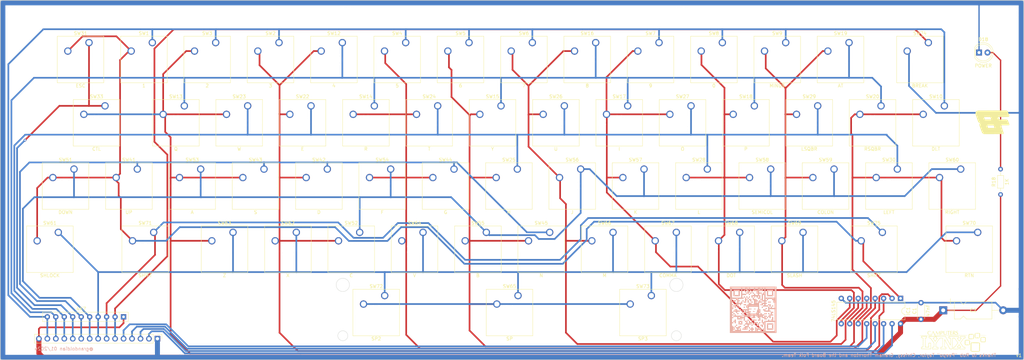
<source format=kicad_pcb>
(kicad_pcb (version 20221018) (generator pcbnew)
  (layers (0 "F.Cu" signal) (31 "B.Cu" signal) (34 "B.Paste" user) (35 "F.Paste" user) (36 "B.SilkS" user "B.Silkscreen") (37 "F.SilkS" user "F.Silkscreen") (38 "B.Mask" user) (39 "F.Mask" user) (44 "Edge.Cuts" user))
  (net 0 "")
  (net 1 "GND")
  (net 2 "+5V")
  (net 3 "Net-(D18-A)")
  (net 4 "/KBA0")
  (net 5 "/KBA1")
  (net 6 "/KBA2")
  (net 7 "/KBA3")
  (net 8 "!RST")
  (net 9 "ROW7")
  (net 10 "ROW6")
  (net 11 "ROW5")
  (net 12 "ROW4")
  (net 13 "ROW3")
  (net 14 "ROW2")
  (net 15 "ROW1")
  (net 16 "ROW0")
  (net 17 "COL6")
  (net 18 "COL7")
  (net 19 "COL8")
  (net 20 "COL9")
  (net 21 "COL5")
  (net 22 "COL4")
  (net 23 "COL3")
  (net 24 "COL2")
  (net 25 "COL1")
  (net 26 "COL0")
  (footprint "Button_Switch_Keyboard:SW_Cherry_MX_1.00u_PCB" (layer "F.Cu") (at 76.1 85.7)
    (fp_text reference "SW41")
    (fp_text value "UP")
  )
  (footprint "Button_Switch_Keyboard:SW_Cherry_MX_1.50u_PCB" (layer "F.Cu") (at 313.4 47.7)
    (fp_text reference "SW74")
    (fp_text value "BREAK")
  )
  (footprint "Button_Switch_Keyboard:SW_Cherry_MX_1.00u_PCB" (layer "F.Cu") (at 175.6 47.7)
    (fp_text reference "SW5")
    (fp_text value "6")
  )
  (footprint "Button_Switch_Keyboard:SW_Cherry_MX_1.00u_PCB" (layer "F.Cu") (at 209.1 85.7)
    (fp_text reference "SW56")
    (fp_text value "J")
  )
  (footprint "Capacitor_THT:CP_Axial_L11.0mm_D5.0mm_P18.00mm_Horizontal" (layer "F.Cu") (at 317.85 128.1125)
    (fp_text reference "C2" hide)
    (fp_text value "47uF" hide)
  )
  (footprint "MountingHole:MountingHole_3.7mm" (layer "F.Cu") (at 280 129)
    (fp_text reference "H7" hide)
    (fp_text value "Hole" hide)
  )
  (footprint "Button_Switch_Keyboard:SW_Cherry_MX_1.00u_PCB" (layer "F.Cu") (at 156.6 47.7)
    (fp_text reference "SW4")
    (fp_text value "5")
  )
  (footprint "MountingHole:MountingHole_3.7mm" (layer "F.Cu") (at 338 139)
    (fp_text reference "H2" hide)
    (fp_text value "Hole" hide)
  )
  (footprint "Button_Switch_Keyboard:SW_Cherry_MX_1.00u_PCB" (layer "F.Cu") (at 128.2 66.7)
    (fp_text reference "SW22")
    (fp_text value "E")
  )
  (footprint "Button_Switch_Keyboard:SW_Cherry_MX_1.00u_PCB" (layer "F.Cu") (at 171.1 85.7)
    (fp_text reference "SW44")
    (fp_text value "G")
  )
  (footprint "Button_Switch_Keyboard:SW_Cherry_MX_1.00u_PCB" (layer "F.Cu") (at 161.8 104.7)
    (fp_text reference "SW64")
    (fp_text value "V")
  )
  (footprint "Button_Switch_Keyboard:SW_Cherry_MX_1.00u_PCB" (layer "F.Cu") (at 150.3 123.7)
    (fp_text reference "SW72")
    (fp_text value "SP2")
  )
  (footprint "Button_Switch_Keyboard:SW_Cherry_MX_1.00u_PCB" (layer "F.Cu") (at 275.8 104.7)
    (fp_text reference "SW69")
    (fp_text value "SLASH")
  )
  (footprint "Button_Switch_Keyboard:SW_Cherry_MX_1.50u_PCB" (layer "F.Cu") (at 81 104.7)
    (fp_text reference "SW71")
    (fp_text value "SHIFT")
  )
  (footprint "Button_Switch_Keyboard:SW_Cherry_MX_1.00u_PCB" (layer "F.Cu") (at 256.8 104.7)
    (fp_text reference "SW68")
    (fp_text value "DOT")
  )
  (footprint "Button_Switch_Keyboard:SW_Cherry_MX_1.00u_PCB" (layer "F.Cu") (at 218.8 104.7)
    (fp_text reference "SW66")
    (fp_text value "M")
  )
  (footprint "Button_Switch_Keyboard:SW_Cherry_MX_1.00u_PCB" (layer "F.Cu") (at 99.6 47.7)
    (fp_text reference "SW3")
    (fp_text value "2")
  )
  (footprint "MountingHole:MountingHole_3.7mm" (layer "F.Cu") (at 101 129)
    (fp_text reference "H8" hide)
    (fp_text value "Hole" hide)
  )
  (footprint "Button_Switch_Keyboard:SW_Cherry_MX_1.00u_PCB" (layer "F.Cu") (at 261.2 66.7)
    (fp_text reference "SW18")
    (fp_text value "P")
  )
  (footprint "Button_Switch_Keyboard:SW_Cherry_MX_1.00u_PCB" (layer "F.Cu") (at 285.1 85.7)
    (fp_text reference "SW59")
    (fp_text value "COLON")
  )
  (footprint "Package_DIP:DIP-16_W7.62mm" (layer "F.Cu") (at 305.05 124.53 -90)
    (fp_text reference "IC1")
    (fp_text value "74LS145")
  )
  (footprint "Button_Switch_Keyboard:SW_Cherry_MX_1.00u_PCB" (layer "F.Cu") (at 95.1 85.7)
    (fp_text reference "SW53")
    (fp_text value "A")
  )
  (footprint "Button_Switch_Keyboard:SW_Cherry_MX_1.00u_PCB" (layer "F.Cu") (at 180.8 104.7)
    (fp_text reference "SW55")
    (fp_text value "B")
  )
  (footprint "Arduino:BF12" (layer "F.Cu") (at 332.71 71.73)
    (fp_text reference "G1" hide)
    (fp_text value "Board Folk Logo" hide)
  )
  (footprint "MountingHole:MountingHole_3.7mm" (layer "F.Cu") (at 39 39)
    (fp_text reference "H3" hide)
    (fp_text value "Hole" hide)
  )
  (footprint "Button_Switch_Keyboard:SW_Cherry_MX_1.50u_PCB" (layer "F.Cu") (at 299.6 104.7)
    (fp_text reference "SW75")
    (fp_text value "SHIFT")
  )
  (footprint "Button_Switch_Keyboard:SW_Cherry_MX_1.00u_PCB" (layer "F.Cu") (at 304.1 85.7)
    (fp_text reference "SW30")
    (fp_text value "LEFT")
  )
  (footprint "Button_Switch_Keyboard:SW_Cherry_MX_1.00u_PCB" (layer "F.Cu") (at 57.1 85.7)
    (fp_text reference "SW51")
    (fp_text value "DOWN")
  )
  (footprint "Button_Switch_Keyboard:SW_Cherry_MX_1.00u_PCB" (layer "F.Cu") (at 204.2 66.7)
    (fp_text reference "SW26")
    (fp_text value "U")
  )
  (footprint "Button_Switch_Keyboard:SW_Cherry_MX_1.00u_PCB" (layer "F.Cu") (at 199.8 104.7)
    (fp_text reference "SW45")
    (fp_text value "N")
  )
  (footprint "Capacitor_THT:C_Disc_D4.3mm_W1.9mm_P5.00mm" (layer "F.Cu") (at 311.19 125.83 -90)
    (fp_text reference "C1")
    (fp_text value "47nF")
  )
  (footprint "Button_Switch_Keyboard:SW_Cherry_MX_1.00u_PCB" (layer "F.Cu") (at 185.2 66.7)
    (fp_text reference "SW15")
    (fp_text value "Y")
  )
  (footprint "Arduino:CLLogo" (layer "F.Cu") (at 320.822188 138.030478)
    (fp_text reference "G2" hide)
    (fp_text value "Camputer Lynx Logo" hide)
  )
  (footprint "Button_Switch_Keyboard:SW_Cherry_MX_1.00u_PCB" (layer "F.Cu") (at 133.1 85.7)
    (fp_text reference "SW42")
    (fp_text value "D")
  )
  (footprint "Button_Switch_Keyboard:SW_Cherry_MX_1.00u_PCB" (layer "F.Cu") (at 118.6 47.7)
    (fp_text reference "SW2")
    (fp_text value "3")
  )
  (footprint "Button_Switch_Keyboard:SW_Cherry_MX_1.00u_PCB" (layer "F.Cu") (at 152.1 85.7)
    (fp_text reference "SW54")
    (fp_text value "F")
  )
  (footprint "Button_Switch_Keyboard:SW_Cherry_MX_1.00u_PCB" (layer "F.Cu") (at 109.2 66.7)
    (fp_text reference "SW23")
    (fp_text value "W")
  )
  (footprint "Button_Switch_Keyboard:SW_Cherry_MX_1.00u_PCB" (layer "F.Cu") (at 190.1 85.7)
    (fp_text reference "SW25")
    (fp_text value "H")
  )
  (footprint "LED_THT:LED_D5.0mm" (layer "F.Cu") (at 328.6 50.69)
    (fp_text reference "D18")
    (fp_text value "POWER")
  )
  (footprint "Button_Switch_Keyboard:SW_Cherry_MX_1.00u_PCB" (layer "F.Cu") (at 194.6 47.7)
    (fp_text reference "SW6")
    (fp_text value "7")
  )
  (footprint "Button_Switch_Keyboard:SW_Cherry_MX_1.00u_PCB" (layer "F.Cu") (at 104.8 104.7)
    (fp_text reference "SW63")
    (fp_text value "Z")
  )
  (footprint "MountingHole:MountingHole_3.7mm" (layer "F.Cu") (at 39 139)
    (fp_text reference "H1" hide)
    (fp_text value "Hole" hide)
  )
  (footprint "Button_Switch_Keyboard:SW_Cherry_MX_1.00u_PCB" (layer "F.Cu") (at 190.3 123.7)
    (fp_text reference "SW65")
    (fp_text value "SP")
  )
  (footprint "Button_Switch_Keyboard:SW_Cherry_MX_1.00u_PCB" (layer "F.Cu") (at 166.2 66.7)
    (fp_text reference "SW24")
    (fp_text value "T")
  )
  (footprint "Button_Switch_Keyboard:SW_Cherry_MX_1.00u_PCB" (layer "F.Cu") (at 247.1 85.7)
    (fp_text reference "SW28")
    (fp_text value "L")
  )
  (footprint "Button_Switch_Keyboard:SW_Cherry_MX_1.00u_PCB" (layer "F.Cu") (at 280.2 66.7)
    (fp_text reference "SW29")
    (fp_text value "LSQBR")
  )
  (footprint "Button_Switch_Keyboard:SW_Cherry_MX_1.50u_PCB" (layer "F.Cu") (at 328.2 104.7)
    (fp_text reference "SW70")
    (fp_text value "RTN")
  )
  (footprint "Button_Switch_Keyboard:SW_Cherry_MX_1.00u_PCB" (layer "F.Cu") (at 213.6 47.7)
    (fp_text reference "SW16")
    (fp_text value "8")
  )
  (footprint "MountingHole:MountingHole_3.7mm" (layer "F.Cu") (at 139 38.92)
    (fp_text reference "H5" hide)
    (fp_text value "Hole" hide)
  )
  (footprint "Button_Switch_Keyboard:SW_Cherry_MX_1.00u_PCB" (layer "F.Cu") (at 323.1 85.7)
    (fp_text reference "SW60")
    (fp_text value "RIGHT")
  )
  (footprint "Button_Switch_Keyboard:SW_Cherry_MX_1.00u_PCB" (layer "F.Cu") (at 114.1 85.7)
    (fp_text reference "SW43")
    (fp_text value "S")
  )
  (footprint "Resistor_THT:R_Array_SIP10" (layer "F.Cu") (at 71.96 130.08 180)
    (fp_text reference "RN1" hide)
    (fp_text value "4K7")
  )
  (footprint "Button_Switch_Keyboard:SW_Cherry_MX_1.00u_PCB" (layer "F.Cu") (at 90.2 66.7)
    (fp_text reference "SW13")
    (fp_text value "Q")
  )
  (footprint "Button_Switch_Keyboard:SW_Cherry_MX_1.00u_PCB" (layer "F.Cu") (at 80.6 47.7)
    (fp_text reference "SW1")
    (fp_text value "1")
  )
  (footprint "Button_Switch_Keyboard:SW_Cherry_MX_1.00u_PCB" (layer "F.Cu") (at 123.8 104.7)
    (fp_text reference "SW62")
    (fp_text value "X")
  )
  (footprint "Button_Switch_Keyboard:SW_Cherry_MX_1.00u_PCB" (layer "F.Cu") (at 232.6 47.7)
    (fp_text reference "SW7")
    (fp_text value "9")
  )
  (footprint "Resistor_THT:R_Axial_DIN0204_L3.6mm_D1.6mm_P7.62mm_Horizontal" (layer "F.Cu") (at 335.06 85.71 -90)
    (fp_text reference "R18")
    (fp_text value "1K")
  )
  (footprint "Button_Switch_Keyboard:SW_Cherry_MX_1.00u_PCB" (layer "F.Cu") (at 237.8 104.7)
    (fp_text reference "SW67")
    (fp_text value "COMMA")
  )
  (footprint "Button_Switch_Keyboard:SW_Cherry_MX_1.00u_PCB" (layer "F.Cu") (at 289.6 47.7)
    (fp_text reference "SW19")
    (fp_text value "AT")
  )
  (footprint "Button_Switch_Keyboard:SW_Cherry_MX_1.00u_PCB" (layer "F.Cu") (at 266.1 85.7)
    (fp_text reference "SW58")
    (fp_text value "SEMICOL")
  )
  (footprint "Button_Switch_Keyboard:SW_Cherry_MX_1.00u_PCB" (layer "F.Cu") (at 147.2 66.7)
    (fp_text reference "SW14")
    (fp_text value "R")
  )
  (footprint "Button_Switch_Keyboard:SW_Cherry_MX_1.00u_PCB" (layer "F.Cu") (at 299.2 66.7)
    (fp_text reference "SW20")
    (fp_text value "RSQBR")
  )
  (footprint "MountingHole:MountingHole_3.7mm" (layer "F.Cu") (at 239 39)
    (fp_text reference "H6" hide)
    (fp_text value "Hole" hide)
  )
  (footprint "Button_Switch_Keyboard:SW_Cherry_MX_1.00u_PCB" (layer "F.Cu") (at 230.3 123.7)
    (fp_text reference "SW73")
    (fp_text value "SP3")
  )
  (footprint "Button_Switch_Keyboard:SW_Cherry_MX_1.00u_PCB" (layer "F.Cu") (at 223.2 66.7)
    (fp_text reference "SW17")
    (fp_text value "I")
  )
  (footprint "Button_Switch_Keyboard:SW_Cherry_MX_1.00u_PCB" (layer "F.Cu") (at 251.6 47.7)
    (fp_text reference "SW8")
    (fp_text value "0")
  )
  (footprint "Connector_PinHeader_2.54mm:PinHeader_1x15_P2.54mm_Vertical" (layer "F.Cu") (at 82.13 136.65 -90)
    (fp_text reference "PL1" hide)
    (fp_text value "KEYBOARD" hide)
  )
  (footprint "Button_Switch_Keyboard:SW_Cherry_MX_1.50u_PCB" (layer "F.Cu") (at 66.4 66.7)
    (fp_text reference "SW33")
    (fp_text value "CTL")
  )
  (footprint "Button_Switch_Keyboard:SW_Cherry_MX_1.00u_PCB" (layer "F.Cu") (at 270.6 47.7)
    (fp_text reference "SW9")
    (fp_text value "MINUS")
  )
  (footprint "MountingHole:MountingHole_3.7mm" (layer "F.Cu") (at 338 39)
    (fp_text reference "H4" hide)
    (fp_text value "Hole" hide)
  )
  (footprint "Button_Switch_Keyboard:SW_Cherry_MX_1.00u_PCB" (layer "F.Cu") (at 142.8 104.7)
    (fp_text reference "SW52")
    (fp_text value "C")
  )
  (footprint "Button_Switch_Keyboard:SW_Cherry_MX_1.00u_PCB" (layer "F.Cu") (at 61.6 47.7)
    (fp_text reference "SW31")
    (fp_text value "ESC")
  )
  (footprint "Button_Switch_Keyboard:SW_Cherry_MX_1.50u_PCB" (layer "F.Cu") (at 52.4 104.7)
    (fp_text reference "SW61")
    (fp_text value "SHLOCK")
  )
  (footprint "Button_Switch_Keyboard:SW_Cherry_MX_1.00u_PCB" (layer "F.Cu") (at 137.6 47.7)
    (fp_text reference "SW12")
    (fp_text value "4")
  )
  (footprint "Button_Switch_Keyboard:SW_Cherry_MX_1.00u_PCB" (layer "F.Cu") (at 228.1 85.7)
    (fp_text reference "SW57")
    (fp_text value "K")
  )
  (footprint "Button_Switch_Keyboard:SW_Cherry_MX_1.00u_PCB" (layer "F.Cu") (at 318.2 66.7)
    (fp_text reference "SW10")
    (fp_text value "DLT")
  )
  (footprint "Button_Switch_Keyboard:SW_Cherry_MX_1.00u_PCB" (layer "F.Cu") (at 242.2 66.7)
    (fp_text reference "SW27")
    (fp_text value "O")
  )
  (footprint "Arduino:bf_qr14" (layer "B.Cu") (at 260.85 127.95 180)
    (fp_text reference "G3" hide)
    (fp_text value "Board Folk QR" hide)
  )
  (gr_circle locked (center 137.74 135.76) (end 139.24 135.76) (stroke (width 0.1)) (fill none) (layer "Edge.Cuts"))
  (gr_circle locked (center 137.74 120.48) (end 139.74 120.48) (stroke (width 0.1)) (fill none) (layer "Edge.Cuts"))
  (gr_circle locked (center 237.81 120.48) (end 239.81 120.48) (stroke (width 0.1)) (fill none) (layer "Edge.Cuts"))
  (gr_rect (start 35 35) (end 342 143) (stroke (width 0.2)) (fill none) (layer "Edge.Cuts"))
  (gr_circle locked (center 237.81 135.76) (end 239.31 135.76) (stroke (width 0.1)) (fill none) (layer "Edge.Cuts"))
  (gr_text "@grandoldian 01/2024" (at 63.02 140.26) (layer "B.SilkS") (effects (font (size 1 1)) (justify left bottom mirror)))
  (gr_text "Thanks to Rob {dblquote}Peepo{dblquote} Taylor, Chrissy, Graham Thornton and the Board Folk Team." (at 333.85 142.19) (layer "B.SilkS") (effects (font (size 1 1)) (justify left bottom mirror)))
  (gr_text "v1" (at 339.6 142.24) (layer "F.SilkS") (effects (font (size 1 1)) (justify left bottom)))
  (segment (start 317.66 142.25) (end 125.07 142.25) (width 1.5) (layer "B.Cu") (net 1))
  (segment (start 315.67 68.8) (end 341.13 68.8) (width 0.5) (layer "B.Cu") (net 1))
  (segment (start 341.25 121.74) (end 341.25 128.22) (width 1.5) (layer "B.Cu") (net 1))
  (segment (start 341.25 68.68) (end 341.25 121.74) (width 1.5) (layer "B.Cu") (net 1))
  (segment (start 287.27 124.53) (end 288.2 125.46) (width 0.5) (layer "B.Cu") (net 1))
  (segment (start 333.5675 125.83) (end 335.85 128.1125) (width 0.5) (layer "B.Cu") (net 1))
  (segment (start 82.13 142.25) (end 35.75 142.25) (width 1.5) (layer "B.Cu") (net 1))
  (segment (start 341.25 128.22) (end 341.1425 128.1125) (width 1.5) (layer "B.Cu") (net 1))
  (segment (start 341.1425 128.1125) (end 335.85 128.1125) (width 1.5) (layer "B.Cu") (net 1))
  (segment (start 35.75 142.25) (end 35.75 35.75) (width 1.5) (layer "B.Cu") (net 1))
  (segment (start 307.59 60.72) (end 315.67 68.8) (width 0.5) (layer "B.Cu") (net 1))
  (segment (start 311.19 125.83) (end 333.5675 125.83) (width 0.5) (layer "B.Cu") (net 1))
  (segment (start 82.13 136.65) (end 82.13 142.25) (width 1.5) (layer "B.Cu") (net 1))
  (segment (start 288.58 125.83) (end 311.19 125.83) (width 0.5) (layer "B.Cu") (net 1))
  (segment (start 341.25 130.02) (end 341.25 142.25) (width 1.5) (layer "B.Cu") (net 1))
  (segment (start 125.07 142.25) (end 88.85 142.25) (width 1.5) (layer "B.Cu") (net 1))
  (segment (start 341.25 128.22) (end 341.25 130.02) (width 1.5) (layer "B.Cu") (net 1))
  (segment (start 35.75 35.75) (end 328.6 35.75) (width 1.5) (layer "B.Cu") (net 1))
  (segment (start 341.25 68.68) (end 341.25 35.75) (width 1.5) (layer "B.Cu") (net 1))
  (segment (start 288.2 125.46) (end 288.21 125.46) (width 0.5) (layer "B.Cu") (net 1))
  (segment (start 328.6 50.69) (end 328.6 35.75) (width 0.4) (layer "B.Cu") (net 1))
  (segment (start 307.05 50.24) (end 307.59 50.78) (width 0.5) (layer "B.Cu") (net 1))
  (segment (start 307.59 50.78) (end 307.59 60.72) (width 0.5) (layer "B.Cu") (net 1))
  (segment (start 341.25 142.25) (end 317.66 142.25) (width 1.5) (layer "B.Cu") (net 1))
  (segment (start 341.13 68.8) (end 341.25 68.68) (width 0.5) (layer "B.Cu") (net 1))
  (segment (start 288.21 125.46) (end 288.58 125.83) (width 0.5) (layer "B.Cu") (net 1))
  (segment (start 341.25 35.75) (end 328.6 35.75) (width 1.5) (layer "B.Cu") (net 1))
  (segment (start 88.85 142.25) (end 82.13 142.25) (width 1.5) (layer "B.Cu") (net 1))
  (segment (start 71.96 131.98) (end 70.7 133.24) (width 0.5) (layer "F.Cu") (net 2))
  (segment (start 47.02 133.24) (end 46.57 133.69) (width 0.5) (layer "F.Cu") (net 2))
  (segment (start 305.05 132.15) (end 305.05 134.78) (width 1.5) (layer "F.Cu") (net 2))
  (segment (start 315.1325 130.83) (end 317.85 128.1125) (width 1.5) (layer "F.Cu") (net 2))
  (segment (start 335.06 93.33) (end 335.06 120.81) (width 0.4) (layer "F.Cu") (net 2))
  (segment (start 311.19 130.83) (end 306.37 130.83) (width 1.5) (layer "F.Cu") (net 2))
  (segment (start 46.57 141.04) (end 46.57 136.65) (width 1.5) (layer "F.Cu") (net 2))
  (segment (start 47.78 142.25) (end 46.57 141.04) (width 1.5) (layer "F.Cu") (net 2))
  (segment (start 327.7575 128.1125) (end 317.85 128.1125) (width 0.4) (layer "F.Cu") (net 2))
  (segment (start 335.06 120.81) (end 327.7575 128.1125) (width 0.4) (layer "F.Cu") (net 2))
  (segment (start 71.96 130.08) (end 71.96 131.98) (width 0.5) (layer "F.Cu") (net 2))
  (segment (start 297.58 142.25) (end 47.78 142.25) (width 1.5) (layer "F.Cu") (net 2))
  (segment (start 46.57 133.69) (end 46.57 136.65) (width 0.5) (layer "F.Cu") (net 2))
  (segment (start 305.05 134.78) (end 297.58 142.25) (width 1.5) (layer "F.Cu") (net 2))
  (segment (start 70.7 133.24) (end 47.02 133.24) (width 0.5) (layer "F.Cu") (net 2))
  (segment (start 311.19 130.83) (end 315.1325 130.83) (width 1.5) (layer "F.Cu") (net 2))
  (segment (start 306.37 130.83) (end 305.05 132.15) (width 1.5) (layer "F.Cu") (net 2))
  (segment (start 335.06 85.71) (end 335.06 53) (width 0.4) (layer "F.Cu") (net 3))
  (segment (start 332.75 50.69) (end 331.14 50.69) (width 0.4) (layer "F.Cu") (net 3))
  (segment (start 335.06 53) (end 332.75 50.69) (width 0.4) (layer "F.Cu") (net 3))
  (segment (start 80.4 134.43) (end 83.78005 134.43) (width 0.5) (layer "B.Cu") (net 4))
  (segment (start 89.86 140.50995) (end 89.86 140.55) (width 0.5) (layer "B.Cu") (net 4))
  (segment (start 79.59 135.24) (end 80.4 134.43) (width 0.5) (layer "B.Cu") (net 4))
  (segment (start 302.51 138.65) (end 302.51 132.15) (width 0.5) (layer "B.Cu") (net 4))
  (segment (start 90.360001 141.05) (end 300.11 141.05) (width 0.5) (layer "B.Cu") (net 4))
  (segment (start 83.78005 134.43) (end 89.86 140.50995) (width 0.5) (layer "B.Cu") (net 4))
  (segment (start 300.11 141.05) (end 302.51 138.65) (width 0.5) (layer "B.Cu") (net 4))
  (segment (start 89.86 140.55) (end 90.360001 141.05) (width 0.5) (layer "B.Cu") (net 4))
  (segment (start 79.59 136.65) (end 79.59 135.24) (width 0.5) (layer "B.Cu") (net 4))
  (segment (start 90.56 140.26005) (end 90.64995 140.35) (width 0.5) (layer "B.Cu") (net 5))
  (segment (start 90.64995 140.35) (end 298.2 140.35) (width 0.5) (layer "B.Cu") (net 5))
  (segment (start 77.05 134.6) (end 77.92 133.73) (width 0.5) (layer "B.Cu") (net 5))
  (segment (start 77.92 133.73) (end 84.07 133.73) (width 0.5) (layer "B.Cu") (net 5))
  (segment (start 298.2 140.35) (end 299.97 138.58) (width 0.5) (layer "B.Cu") (net 5))
  (segment (start 77.05 136.65) (end 77.05 134.6) (width 0.5) (layer "B.Cu") (net 5))
  (segment (start 90.56 140.22) (end 90.56 140.26005) (width 0.5) (layer "B.Cu") (net 5))
  (segment (start 84.07 133.73) (end 90.56 140.22) (width 0.5) (layer "B.Cu") (net 5))
  (segment (start 299.97 138.58) (end 299.97 132.15) (width 0.5) (layer "B.Cu") (net 5))
  (segment (start 85.96 134.62) (end 90.99 139.65) (width 0.5) (layer "B.Cu") (net 6))
  (segment (start 74.51 134.45) (end 75.93 133.03) (width 0.5) (layer "B.Cu") (net 6))
  (segment (start 75.93 133.03) (end 84.41 133.03) (width 0.5) (layer "B.Cu") (net 6))
  (segment (start 295.14 139.65) (end 297.43 137.36) (width 0.5) (layer "B.Cu") (net 6))
  (segment (start 90.99 139.65) (end 295.14 139.65) (width 0.5) (layer "B.Cu") (net 6))
  (segment (start 297.43 137.36) (end 297.43 132.15) (width 0.5) (layer "B.Cu") (net 6))
  (segment (start 84.41 133.03) (end 85.96 134.58) (width 0.5) (layer "B.Cu") (net 6))
  (segment (start 74.51 136.65) (end 74.51 134.45) (width 0.5) (layer "B.Cu") (net 6))
  (segment (start 85.96 134.58) (end 85.96 134.62) (width 0.5) (layer "B.Cu") (net 6))
  (segment (start 292.4 138.95) (end 294.89 136.46) (width 0.5) (layer "B.Cu") (net 7))
  (segment (start 91.39 138.95) (end 292.4 138.95) (width 0.5) (layer "B.Cu") (net 7))
  (segment (start 294.89 136.46) (end 294.89 132.15) (width 0.5) (layer "B.Cu") (net 7))
  (segment (start 71.97 134.15) (end 73.79 132.33) (width 0.5) (layer "B.Cu") (net 7))
  (segment (start 84.77 132.33) (end 91.39 138.95) (width 0.5) (layer "B.Cu") (net 7))
  (segment (start 73.79 132.33) (end 84.77 132.33) (width 0.5) (layer "B.Cu") (net 7))
  (segment (start 71.97 136.65) (end 71.97 134.15) (width 0.5) (layer "B.Cu") (net 7))
  (segment (start 69.42 130.08) (end 69.42 127.56) (width 0.5) (layer "F.Cu") (net 8))
  (segment (start 69.42 127.56) (end 85.11 111.87) (width 0.5) (layer "F.Cu") (net 8))
  (segment (start 87.03 43.7) (end 309.4 43.7) (width 0.5) (layer "F.Cu") (net 8))
  (segment (start 81.23 77.5) (end 81.23 49.5) (width 0.5) (layer "F.Cu") (net 8))
  (segment (start 81.23 49.5) (end 87.03 43.7) (width 0.5) (layer "F.Cu") (net 8))
  (segment (start 85.11 81.38) (end 81.23 77.5) (width 0.5) (layer "F.Cu") (net 8))
  (segment (start 85.11 111.87) (end 85.11 81.38) (width 0.5) (layer "F.Cu") (net 8))
  (segment (start 309.4 43.7) (end 313.4 47.7) (width 0.5) (layer "F.Cu") (net 8))
  (segment (start 69.42 136.64) (end 69.43 136.65) (width 0.5) (layer "B.Cu") (net 8))
  (segment (start 69.42 130.08) (end 69.42 136.64) (width 0.5) (layer "B.Cu") (net 8))
  (segment (start 81.4 111.47) (end 81.4 105.1) (width 0.5) (layer "F.Cu") (net 9))
  (segment (start 66.88 125.99) (end 81.4 111.47) (width 0.5) (layer "F.Cu") (net 9))
  (segment (start 66.88 130.08) (end 66.88 125.99) (width 0.5) (layer "F.Cu") (net 9))
  (segment (start 81.4 105.1) (end 81 104.7) (width 0.5) (layer "F.Cu") (net 9))
  (segment (start 171.36 109.86) (end 163.42 101.92) (width 0.5) (layer "B.Cu") (net 9))
  (segment (start 66.88 130.08) (end 66.88 136.64) (width 0.5) (layer "B.Cu") (net 9))
  (segment (start 140.98 106.35) (end 136.35 101.72) (width 0.5) (layer "B.Cu") (net 9))
  (segment (start 154.23 101.92) (end 149.8 106.35) (width 0.5) (layer "B.Cu") (net 9))
  (segment (start 202.92 112.96) (end 174.450812 112.96) (width 0.5) (layer "B.Cu") (net 9))
  (segment (start 209.15 106.73) (end 202.92 112.96) (width 0.5) (layer "B.Cu") (net 9))
  (segment (start 295.3 100.4) (end 211.33 100.4) (width 0.5) (layer "B.Cu") (net 9))
  (segment (start 136.35 101.72) (end 83.98 101.72) (width 0.5) (layer "B.Cu") (net 9))
  (segment (start 299.6 104.7) (end 295.3 100.4) (width 0.5) (layer "B.Cu") (net 9))
  (segment (start 149.8 106.35) (end 140.98 106.35) (width 0.5) (layer "B.Cu") (net 9))
  (segment (start 209.15 102.58) (end 209.15 106.73) (width 0.5) (layer "B.Cu") (net 9))
  (segment (start 163.42 101.92) (end 154.23 101.92) (width 0.5) (layer "B.Cu") (net 9))
  (segment (start 171.36 109.869188) (end 171.36 109.86) (width 0.5) (layer "B.Cu") (net 9))
  (segment (start 174.450812 112.96) (end 171.36 109.869188) (width 0.5) (layer "B.Cu") (net 9))
  (segment (start 83.98 101.72) (end 81 104.7) (width 0.5) (layer "B.Cu") (net 9))
  (segment (start 66.88 136.64) (end 66.89 136.65) (width 0.5) (layer "B.Cu") (net 9))
  (segment (start 211.33 100.4) (end 209.15 102.58) (width 0.5) (layer "B.Cu") (net 9))
  (segment (start 64.34 130.08) (end 64.34 116.64) (width 0.5) (layer "B.Cu") (net 10))
  (segment (start 237.8 104.7) (end 237.8 116.63) (width 0.5) (layer "B.Cu") (net 10))
  (segment (start 230.31 116.64) (end 237.79 116.64) (width 0.5) (layer "B.Cu") (net 10))
  (segment (start 218.8 116.57) (end 218.87 116.64) (width 0.5) (layer "B.Cu") (net 10))
  (segment (start 190.27 116.64) (end 218.87 116.64) (width 0.5) (layer "B.Cu") (net 10))
  (segment (start 230.3 123.7) (end 230.3 116.65) (width 0.5) (layer "B.Cu") (net 10))
  (segment (start 123.8 104.7) (end 123.8 116.6) (width 0.5) (layer "B.Cu") (net 10))
  (segment (start 275.8 116.62) (end 275.82 116.64) (width 0.5) (layer "B.Cu") (net 10))
  (segment (start 161.8 116.63) (end 161.79 116.64) (width 0.5) (layer "B.Cu") (net 10))
  (segment (start 237.79 116.64) (end 256.85 116.64) (width 0.5) (layer "B.Cu") (net 10))
  (segment (start 64.34 116.64) (end 104.73 116.64) (width 0.5) (layer "B.Cu") (net 10))
  (segment (start 104.73 116.64) (end 123.84 116.64) (width 0.5) (layer "B.Cu") (net 10))
  (segment (start 190.3 123.7) (end 190.3 116.67) (width 0.5) (layer "B.Cu") (net 10))
  (segment (start 237.8 116.63) (end 237.79 116.64) (width 0.5) (layer "B.Cu") (net 10))
  (segment (start 218.87 116.64) (end 230.31 116.64) (width 0.5) (layer "B.Cu") (net 10))
  (segment (start 123.8 116.6) (end 123.84 116.64) (width 0.5) (layer "B.Cu") (net 10))
  (segment (start 275.82 116.64) (end 306.87 116.64) (width 0.5) (layer "B.Cu") (net 10))
  (segment (start 161.8 104.7) (end 161.8 116.63) (width 0.5) (layer "B.Cu") (net 10))
  (segment (start 256.8 104.7) (end 256.8 116.59) (width 0.5) (layer "B.Cu") (net 10))
  (segment (start 218.8 104.7) (end 218.8 116.57) (width 0.5) (layer "B.Cu") (net 10))
  (segment (start 161.79 116.64) (end 190.27 116.64) (width 0.5) (layer "B.Cu") (net 10))
  (segment (start 275.8 104.7) (end 275.8 116.62) (width 0.5) (layer "B.Cu") (net 10))
  (segment (start 64.34 130.08) (end 64.34 136.64) (width 0.5) (layer "B.Cu") (net 10))
  (segment (start 64.34 116.64) (end 52.4 104.7) (width 0.5) (layer "B.Cu") (net 10))
  (segment (start 256.8 116.59) (end 256.85 116.64) (width 0.5) (layer "B.Cu") (net 10))
  (segment (start 230.3 116.65) (end 230.31 116.64) (width 0.5) (layer "B.Cu") (net 10))
  (segment (start 123.84 116.64) (end 150.31 116.64) (width 0.5) (layer "B.Cu") (net 10))
  (segment (start 150.31 116.64) (end 161.79 116.64) (width 0.5) (layer "B.Cu") (net 10))
  (segment (start 64.34 136.64) (end 64.35 136.65) (width 0.5) (layer "B.Cu") (net 10))
  (segment (start 104.8 116.57) (end 104.73 116.64) (width 0.5) (layer "B.Cu") (net 10))
  (segment (start 150.3 116.65) (end 150.31 116.64) (width 0.5) (layer "B.Cu") (net 10))
  (segment (start 190.3 116.67) (end 190.27 116.64) (width 0.5) (layer "B.Cu") (net 10))
  (segment (start 318.81 104.7) (end 328.2 104.7) (width 0.5) (layer "B.Cu") (net 10))
  (segment (start 306.87 116.64) (end 318.81 104.7) (width 0.5) (layer "B.Cu") (net 10))
  (segment (start 150.3 123.7) (end 150.3 116.65) (width 0.5) (layer "B.Cu") (net 10))
  (segment (start 256.85 116.64) (end 275.82 116.64) (width 0.5) (layer "B.Cu") (net 10))
  (segment (start 104.8 104.7) (end 104.8 116.57) (width 0.5) (layer "B.Cu") (net 10))
  (segment (start 95.1 85.7) (end 95.1 94.04) (width 0.5) (layer "B.Cu") (net 11))
  (segment (start 306.31 93.81) (end 314.42 85.7) (width 0.5) (layer "B.Cu") (net 11))
  (segment (start 209.1 85.7) (end 211.79 85.7) (width 0.5) (layer "B.Cu") (net 11))
  (segment (start 181.64 105.54) (end 195.36 105.54) (width 0.5) (layer "B.Cu") (net 11))
  (segment (start 180.8 104.7) (end 181.64 105.54) (width 0.5) (layer "B.Cu") (net 11))
  (segment (start 219.9 93.81) (end 228.07 93.81) (width 0.5) (layer "B.Cu") (net 11))
  (segment (start 41.71 119.3) (end 41.77 119.24) (width 0.5) (layer "B.Cu") (net 11))
  (segment (start 95.2 94.14) (end 142.74 94.14) (width 0.5) (layer "B.Cu") (net 11))
  (segment (start 41.77 119.24) (end 41.77 97.59) (width 0.5) (layer "B.Cu") (net 11))
  (segment (start 228.1 85.7) (end 228.1 93.78) (width 0.5) (layer "B.Cu") (net 11))
  (segment (start 57.06 94.14) (end 95.2 94.14) (width 0.5) (layer "B.Cu") (net 11))
  (segment (start 142.74 94.14) (end 152.14 94.14) (width 0.5) (layer "B.Cu") (net 11))
  (segment (start 95.1 94.04) (end 95.2 94.14) (width 0.5) (layer "B.Cu") (net 11))
  (segment (start 228.1 93.78) (end 228.07 93.81) (width 0.5) (layer "B.Cu") (net 11))
  (segment (start 209.1 98.88) (end 209.1 85.7) (width 0.5) (layer "B.Cu") (net 11))
  (segment (start 45.22 94.14) (end 57.06 94.14) (width 0.5) (layer "B.Cu") (net 11))
  (segment (start 61.8 130.08) (end 61.8 136.64) (width 0.5) (layer "B.Cu") (net 11))
  (segment (start 41.77 97.59) (end 45.22 94.14) (width 0.5) (layer "B.Cu") (net 11))
  (segment (start 170.24 94.14) (end 180.8 104.7) (width 0.5) (layer "B.Cu") (net 11))
  (segment (start 142.8 94.2) (end 142.74 94.14) (width 0.5) (layer "B.Cu") (net 11))
  (segment (start 152.1 85.7) (end 152.1 94.1) (width 0.5) (layer "B.Cu") (net 11))
  (segment (start 314.42 85.7) (end 323.1 85.7) (width 0.5) (layer "B.Cu") (net 11))
  (segment (start 211.79 85.7) (end 219.9 93.81) (width 0.5) (layer "B.Cu") (net 11))
  (segment (start 46.78 124.37) (end 41.71 119.3) (width 0.5) (layer "B.Cu") (net 11))
  (segment (start 195.36 105.54) (end 196.52 106.7) (width 0.5) (layer "B.Cu") (net 11))
  (segment (start 57.1 94.1) (end 57.06 94.14) (width 0.5) (layer "B.Cu") (net 11))
  (segment (start 196.52 106.7) (end 201.28 106.7) (width 0.5) (layer "B.Cu") (net 11))
  (segment (start 228.07 93.81) (end 266 93.81) (width 0.5) (layer "B.Cu") (net 11))
  (segment (start 57.1 85.7) (end 57.1 94.1) (width 0.5) (layer "B.Cu") (net 11))
  (segment (start 266.1 93.71) (end 266 93.81) (width 0.5) (layer "B.Cu") (net 11))
  (segment (start 201.28 106.7) (end 209.1 98.88) (width 0.5) (layer "B.Cu") (net 11))
  (segment (start 285.1 85.7) (end 285.1 93.76) (width 0.5) (layer "B.Cu") (net 11))
  (segment (start 285.1 93.76) (end 285.15 93.81) (width 0.5) (layer "B.Cu") (net 11))
  (segment (start 152.1 94.1) (end 152.14 94.14) (width 0.5) (layer "B.Cu") (net 11))
  (segment (start 61.8 136.64) (end 61.81 136.65) (width 0.5) (layer "B.Cu") (net 11))
  (segment (start 142.8 104.7) (end 142.8 94.2) (width 0.5) (layer "B.Cu") (net 11))
  (segment (start 285.15 93.81) (end 306.31 93.81) (width 0.5) (layer "B.Cu") (net 11))
  (segment (start 152.14 94.14) (end 170.24 94.14) (width 0.5) (layer "B.Cu") (net 11))
  (segment (start 61.8 130.08) (end 56.09 124.37) (width 0.5) (layer "B.Cu") (net 11))
  (segment (start 266 93.81) (end 285.15 93.81) (width 0.5) (layer "B.Cu") (net 11))
  (segment (start 266.1 85.7) (end 266.1 93.71) (width 0.5) (layer "B.Cu") (net 11))
  (segment (start 56.09 124.37) (end 46.78 124.37) (width 0.5) (layer "B.Cu") (net 11))
  (segment (start 133.1 85.7) (end 133.1 83.7) (width 0.5) (layer "B.Cu") (net 12))
  (segment (start 192.99 104.7) (end 199.8 104.7) (width 0.5) (layer "B.Cu") (net 12))
  (segment (start 171.06 83.7) (end 171.99 83.7) (width 0.5) (layer "B.Cu") (net 12))
  (segment (start 45.99 125.34) (end 40.89 120.24) (width 0.5) (layer "B.Cu") (net 12))
  (segment (start 114.09 83.7) (end 133.1 83.7) (width 0.5) (layer "B.Cu") (net 12))
  (segment (start 114.1 83.71) (end 114.09 83.7) (width 0.5) (layer "B.Cu") (net 12))
  (segment (start 40.89 120.24) (end 40.89 86.52) (width 0.5) (layer "B.Cu") (net 12))
  (segment (start 76.1 83.82) (end 75.98 83.7) (width 0.5) (layer "B.Cu") (net 12))
  (segment (start 171.99 83.7) (end 192.99 104.7) (width 0.5) (layer "B.Cu") (net 12))
  (segment (start 54.52 125.34) (end 45.99 125.34) (width 0.5) (layer "B.Cu") (net 12))
  (segment (start 171.1 83.74) (end 171.06 83.7) (width 0.5) (layer "B.Cu") (net 12))
  (segment (start 40.89 86.52) (end 43.71 83.7) (width 0.5) (layer "B.Cu") (net 12))
  (segment (start 76.1 85.7) (end 76.1 83.82) (width 0.5) (layer "B.Cu") (net 12))
  (segment (start 43.71 83.7) (end 75.98 83.7) (width 0.5) (layer "B.Cu") (net 12))
  (segment (start 171.1 85.7) (end 171.1 83.74) (width 0.5) (layer "B.Cu") (net 12))
  (segment (start 59.26 136.64) (end 59.27 136.65) (width 0.5) (layer "B.Cu") (net 12))
  (segment (start 59.26 130.08) (end 54.52 125.34) (width 0.5) (layer "B.Cu") (net 12))
  (segment (start 75.98 83.7) (end 114.09 83.7) (width 0.5) (layer "B.Cu") (net 12))
  (segment (start 114.1 85.7) (end 114.1 83.71) (width 0.5) (layer "B.Cu") (net 12))
  (segment (start 133.1 83.7) (end 171.06 83.7) (width 0.5) (layer "B.Cu") (net 12))
  (segment (start 59.26 130.08) (end 59.26 136.64) (width 0.5) (layer "B.Cu") (net 12))
  (segment (start 52.71 66.7) (end 61.57 66.7) (width 0.5) (layer "F.Cu") (net 13))
  (segment (start 61.6 66.67) (end 61.57 66.7) (width 0.5) (layer "F.Cu") (net 13))
  (segment (start 61.57 66.7) (end 66.4 66.7) (width 0.5) (layer "F.Cu") (net 13))
  (segment (start 61.6 47.7) (end 61.6 66.67) (width 0.5) (layer "F.Cu") (net 13))
  (segment (start 42.41 77) (end 52.71 66.7) (width 0.5) (layer "F.Cu") (net 13))
  (via (at 42.41 77) (size 0.8) (drill 0.4) (layers "F.Cu" "B.Cu") (net 13))
  (segment (start 56.72 130.08) (end 56.72 136.64) (width 0.5) (layer "B.Cu") (net 13))
  (segment (start 45.26 126.58) (end 40.02 121.34) (width 0.5) (layer "B.Cu") (net 13))
  (segment (start 56.72 136.64) (end 56.73 136.65) (width 0.5) (layer "B.Cu") (net 13))
  (segment (start 56.72 130.08) (end 53.22 126.58) (width 0.5) (layer "B.Cu") (net 13))
  (segment (start 40.02 121.34) (end 40.02 79.39) (width 0.5) (layer "B.Cu") (net 13))
  (segment (start 40.02 79.39) (end 42.41 77) (width 0.5) (layer "B.Cu") (net 13))
  (segment (start 53.22 126.58) (end 45.26 126.58) (width 0.5) (layer "B.Cu") (net 13))
  (segment (start 109.2 75.28) (end 109.13 75.35) (width 0.5) (layer "B.Cu") (net 14))
  (segment (start 247.1 85.7) (end 247.1 75.39) (width 0.5) (layer "B.Cu") (net 14))
  (segment (start 39.19 122.23) (end 39.19 78.63) (width 0.5) (layer "B.Cu") (net 14))
  (segment (start 242.2 75.26) (end 242.11 75.35) (width 0.5) (layer "B.Cu") (net 14))
  (segment (start 190.1 75.41) (end 190.16 75.35) (width 0.5) (layer "B.Cu") (net 14))
  (segment (start 54.18 130.08) (end 51.8 127.7) (width 0.5) (layer "B.Cu") (net 14))
  (segment (start 44.66 127.7) (end 39.19 122.23) (width 0.5) (layer "B.Cu") (net 14))
  (segment (start 247.14 75.35) (end 280.25 75.35) (width 0.5) (layer "B.Cu") (net 14))
  (segment (start 247.1 75.39) (end 247.14 75.35) (width 0.5) (layer "B.Cu") (net 14))
  (segment (start 109.13 75.35) (end 128.17 75.35) (width 0.5) (layer "B.Cu") (net 14))
  (segment (start 204.2 66.7) (end 204.2 75.34) (width 0.5) (layer "B.Cu") (net 14))
  (segment (start 54.18 136.64) (end 54.19 136.65) (width 0.5) (layer "B.Cu") (net 14))
  (segment (start 54.18 130.08) (end 54.18 136.64) (width 0.5) (layer "B.Cu") (net 14))
  (segment (start 280.25 75.35) (end 300.9 75.35) (width 0.5) (layer "B.Cu") (net 14))
  (segment (start 109.2 66.7) (end 109.2 75.28) (width 0.5) (layer "B.Cu") (net 14))
  (segment (start 204.19 75.35) (end 242.11 75.35) (width 0.5) (layer "B.Cu") (net 14))
  (segment (start 42.47 75.35) (end 109.13 75.35) (width 0.5) (layer "B.Cu") (net 14))
  (segment (start 242.2 66.7) (end 242.2 75.26) (width 0.5) (layer "B.Cu") (net 14))
  (segment (start 39.19 78.63) (end 42.47 75.35) (width 0.5) (layer "B.Cu") (net 14))
  (segment (start 204.2 75.34) (end 204.19 75.35) (width 0.5) (layer "B.Cu") (net 14))
  (segment (start 166.2 75.28) (end 166.27 75.35) (width 0.5) (layer "B.Cu") (net 14))
  (segment (start 190.16 75.35) (end 204.19 75.35) (width 0.5) (layer "B.Cu") (net 14))
  (segment (start 166.27 75.35) (end 190.16 75.35) (width 0.5) (layer "B.Cu") (net 14))
  (segment (start 300.9 75.35) (end 300.9 75.49) (width 0.5) (layer "B.Cu") (net 14))
  (segment (start 128.2 75.32) (end 128.17 75.35) (width 0.5) (layer "B.Cu") (net 14))
  (segment (start 300.9 75.49) (end 304.1 78.69) (width 0.5) (layer "B.Cu") (net 14))
  (segment (start 280.2 66.7) (end 280.2 75.3) (width 0.5) (layer "B.Cu") (net 14))
  (segment (start 128.2 66.7) (end 128.2 75.32) (width 0.5) (layer "B.Cu") (net 14))
  (segment (start 280.2 75.3) (end 280.25 75.35) (width 0.5) (layer "B.Cu") (net 14))
  (segment (start 190.1 85.7) (end 190.1 75.41) (width 0.5) (layer "B.Cu") (net 14))
  (segment (start 51.8 127.7) (end 44.66 127.7) (width 0.5) (layer "B.Cu") (net 14))
  (segment (start 166.2 66.7) (end 166.2 75.28) (width 0.5) (layer "B.Cu") (net 14))
  (segment (start 128.17 75.35) (end 166.27 75.35) (width 0.5) (layer "B.Cu") (net 14))
  (segment (start 304.1 78.69) (end 304.1 85.7) (width 0.5) (layer "B.Cu") (net 14))
  (segment (start 242.11 75.35) (end 247.14 75.35) (width 0.5) (layer "B.Cu") (net 14))
  (segment (start 51.64 136.64) (end 51.65 136.65) (width 0.5) (layer "B.Cu") (net 15))
  (segment (start 44.05 128.71) (end 38.32 122.98) (width 0.5) (layer "B.Cu") (net 15))
  (segment (start 299.2 60.89) (end 299.2 66.7) (width 0.5) (layer "B.Cu") (net 15))
  (segment (start 51.64 130.08) (end 50.27 128.71) (width 0.5) (layer "B.Cu") (net 15))
  (segment (start 137.6 58.19) (end 137.53 58.26) (width 0.5) (layer "B.Cu") (net 15))
  (segment (start 185.2 66.7) (end 185.2 58.29) (width 0.5) (layer "B.Cu") (net 15))
  (segment (start 137.6 47.7) (end 137.6 58.19) (width 0.5) (layer "B.Cu") (net 15))
  (segment (start 50.27 128.71) (end 44.05 128.71) (width 0.5) (layer "B.Cu") (net 15))
  (segment (start 90.2 58.27) (end 90.19 58.26) (width 0.5) (layer "B.Cu") (net 15))
  (segment (start 147.2 58.36) (end 147.1 58.26) (width 0.5) (layer "B.Cu") (net 15))
  (segment (start 223.19 58.26) (end 261.25 58.26) (width 0.5) (layer "B.Cu") (net 15))
  (segment (start 261.2 58.31) (end 261.25 58.26) (width 0.5) (layer "B.Cu") (net 15))
  (segment (start 223.2 58.27) (end 223.19 58.26) (width 0.5) (layer "B.Cu") (net 15))
  (segment (start 213.65 58.26) (end 223.19 58.26) (width 0.5) (layer "B.Cu") (net 15))
  (segment (start 261.25 58.26) (end 289.57 58.26) (width 0.5) (layer "B.Cu") (net 15))
  (segment (start 185.2 58.29) (end 185.17 58.26) (width 0.5) (layer "B.Cu") (net 15))
  (segment (start 289.6 58.23) (end 289.57 58.26) (width 0.5) (layer "B.Cu") (net 15))
  (segment (start 147.2 66.7) (end 147.2 58.36) (width 0.5) (layer "B.Cu") (net 15))
  (segment (start 38.32 122.98) (end 38.32 65.04) (width 0.5) (layer "B.Cu") (net 15))
  (segment (start 45.1 58.26) (end 90.19 58.26) (width 0.5) (layer "B.Cu") (net 15))
  (segment (start 261.2 66.7) (end 261.2 58.31) (width 0.5) (layer "B.Cu") (net 15))
  (segment (start 38.32 65.04) (end 45.1 58.26) (width 0.5) (layer "B.Cu") (net 15))
  (segment (start 289.6 47.7) (end 289.6 58.23) (width 0.5) (layer "B.Cu") (net 15))
  (segment (start 185.17 58.26) (end 213.65 58.26) (width 0.5) (layer "B.Cu") (net 15))
  (segment (start 147.1 58.26) (end 185.17 58.26) (width 0.5) (layer "B.Cu") (net 15))
  (segment (start 137.53 58.26) (end 147.1 58.26) (width 0.5) (layer "B.Cu") (net 15))
  (segment (start 213.6 58.21) (end 213.65 58.26) (width 0.5) (layer "B.Cu") (net 15))
  (segment (start 90.19 58.26) (end 137.53 58.26) (width 0.5) (layer "B.Cu") (net 15))
  (segment (start 223.2 66.7) (end 223.2 58.27) (width 0.5) (layer "B.Cu") (net 15))
  (segment (start 213.6 47.7) (end 213.6 58.21) (width 0.5) (layer "B.Cu") (net 15))
  (segment (start 289.57 58.26) (end 296.57 58.26) (width 0.5) (layer "B.Cu") (net 15))
  (segment (start 296.57 58.26) (end 299.2 60.89) (width 0.5) (layer "B.Cu") (net 15))
  (segment (start 90.2 66.7) (end 90.2 58.27) (width 0.5) (layer "B.Cu") (net 15))
  (segment (start 51.64 130.08) (end 51.64 136.64) (width 0.5) (layer "B.Cu") (net 15))
  (segment (start 47.91 43.68) (end 80.59 43.68) (width 0.5) (layer "B.Cu") (net 16))
  (segment (start 99.6 47.7) (end 99.6 43.81) (width 0.5) (layer "B.Cu") (net 16))
  (segment (start 251.5 43.68) (end 270.66 43.68) (width 0.5) (layer "B.Cu") (net 16))
  (segment (start 49.1 136.64) (end 49.11 136.65) (width 0.5) (layer "B.Cu") (net 16))
  (segment (start 37.41 123.6) (end 37.41 54.18) (width 0.5) (layer "B.Cu") (net 16))
  (segment (start 118.66 43.68) (end 156.68 43.68) (width 0.5) (layer "B.Cu") (net 16))
  (segment (start 80.59 43.68) (end 99.73 43.68) (width 0.5) (layer "B.Cu") (net 16))
  (segment (start 156.6 43.76) (end 156.68 43.68) (width 0.5) (layer "B.Cu") (net 16))
  (segment (start 318.2 66.7) (end 318.2 44.61) (width 0.5) (layer "B.Cu") (net 16))
  (segment (start 232.6 47.7) (end 232.6 43.77) (width 0.5) (layer "B.Cu") (net 16))
  (segment (start 194.71 43.68) (end 232.69 43.68) (width 0.5) (layer "B.Cu") (net 16))
  (segment (start 270.6 47.7) (end 270.6 43.74) (width 0.5) (layer "B.Cu") (net 16))
  (segment (start 251.6 47.7) (end 251.6 43.78) (width 0.5) (layer "B.Cu") (net 16))
  (segment (start 99.73 43.68) (end 118.66 43.68) (width 0.5) (layer "B.Cu") (net 16))
  (segment (start 43.89 130.08) (end 37.41 123.6) (width 0.5) (layer "B.Cu") (net 16))
  (segment (start 156.68 43.68) (end 175.59 43.68) (width 0.5) (layer "B.Cu") (net 16))
  (segment (start 80.6 43.69) (end 80.59 43.68) (width 0.5) (layer "B.Cu") (net 16))
  (segment (start 232.69 43.68) (end 251.5 43.68) (width 0.5) (layer "B.Cu") (net 16))
  (segment (start 175.6 47.7) (end 175.6 43.69) (width 0.5) (layer "B.Cu") (net 16))
  (segment (start 80.6 47.7) (end 80.6 43.69) (width 0.5) (layer "B.Cu") (net 16))
  (segment (start 49.1 130.08) (end 43.89 130.08) (width 0.5) (layer "B.Cu") (net 16))
  (segment (start 251.6 43.78) (end 251.5 43.68) (width 0.5) (layer "B.Cu") (net 16))
  (segment (start 156.6 47.7) (end 156.6 43.76) (width 0.5) (layer "B.Cu") (net 16))
  (segment (start 175.59 43.68) (end 194.71 43.68) (width 0.5) (layer "B.Cu") (net 16))
  (segment (start 175.6 43.69) (end 175.59 43.68) (width 0.5) (layer "B.Cu") (net 16))
  (segment (start 99.6 43.81) (end 99.73 43.68) (width 0.5) (layer "B.Cu") (net 16))
  (segment (start 118.6 47.7) (end 118.6 43.74) (width 0.5) (layer "B.Cu") (net 16))
  (segment (start 270.66 43.68) (end 317.27 43.68) (width 0.5) (layer "B.Cu") (net 16))
  (segment (start 118.6 43.74) (end 118.66 43.68) (width 0.5) (layer "B.Cu") (net 16))
  (segment (start 318.2 44.61) (end 317.27 43.68) (width 0.5) (layer "B.Cu") (net 16))
  (segment (start 49.1 130.08) (end 49.1 136.64) (width 0.5) (layer "B.Cu") (net 16))
  (segment (start 270.6 43.74) (end 270.66 43.68) (width 0.5) (layer "B.Cu") (net 16))
  (segment (start 232.6 43.77) (end 232.69 43.68) (width 0.5) (layer "B.Cu") (net 16))
  (segment (start 194.6 43.79) (end 194.71 43.68) (width 0.5) (layer "B.Cu") (net 16))
  (segment (start 194.6 47.7) (end 194.6 43.79) (width 0.5) (layer "B.Cu") (net 16))
  (segment (start 37.41 54.18) (end 47.91 43.68) (width 0.5) (layer "B.Cu") (net 16))
  (segment (start 216.93 92.72) (end 216.93 88.34) (width 0.5) (layer "F.Cu") (net 17))
  (segment (start 289.81 127.28) (end 285.91 131.18) (width 0.5) (layer "F.Cu") (net 17))
  (segment (start 231.68 107.47) (end 231.45 107.24) (width 0.5) (layer "F.Cu") (net 17))
  (segment (start 216.93 88.34) (end 216.93 69.32) (width 0.5) (layer "F.Cu") (net 17))
  (segment (start 217.03 88.24) (end 216.93 88.34) (width 0.5) (layer "F.Cu") (net 17))
  (segment (start 224.694366 50.24) (end 226.25 50.24) (width 0.5) (layer "F.Cu") (net 17))
  (segment (start 216.85 58.084366) (end 224.694366 50.24) (width 0.5) (layer "F.Cu") (net 17))
  (segment (start 266.86005 137.55) (end 244.29005 114.98) (width 0.5) (layer "F.Cu") (net 17))
  (segment (start 236 114.98) (end 231.68 110.66) (width 0.5) (layer "F.Cu") (net 17))
  (segment (start 231.45 107.24) (end 216.93 92.72) (width 0.5) (layer "F.Cu") (net 17))
  (segment (start 289.81 124.53) (end 289.81 127.28) (width 0.5) (layer "F.Cu") (net 17))
  (segment (start 216.93 69.32) (end 216.85 69.24) (width 0.5) (layer "F.Cu") (net 17))
  (segment (start 284.03 137.55) (end 266.86005 137.55) (width 0.5) (layer "F.Cu") (net 17))
  (segment (start 216.85 69.24) (end 235.85 69.24) (width 0.5) (layer "F.Cu") (net 17))
  (segment (start 221.75 88.24) (end 217.03 88.24) (width 0.5) (layer "F.Cu") (net 17))
  (segment (start 216.85 69.24) (end 216.85 58.084366) (width 0.5) (layer "F.Cu") (net 17))
  (segment (start 285.91 131.18) (end 285.91 135.67) (width 0.5) (layer "F.Cu") (net 17))
  (segment (start 285.91 135.67) (end 284.03 137.55) (width 0.5) (layer "F.Cu") (net 17))
  (segment (start 244.29005 114.98) (end 236 114.98) (width 0.5) (layer "F.Cu") (net 17))
  (segment (start 231.68 110.66) (end 231.68 107.47) (width 0.5) (layer "F.Cu") (net 17))
  (segment (start 240.75 88.24) (end 252.34 88.24) (width 0.5) (layer "F.Cu") (net 18))
  (segment (start 252.23 69.29) (end 252.23 61.28) (width 0.5) (layer "F.Cu") (net 18))
  (segment (start 250.53 120.23) (end 250.53 107.32) (width 0.5) (layer "F.Cu") (net 18))
  (segment (start 252.28 69.24) (end 252.23 69.29) (width 0.5) (layer "F.Cu") (net 18))
  (segment (start 290.31 122.04) (end 252.34 122.04) (width 0.5) (layer "F.Cu") (net 18))
  (segment (start 245.33 50.32) (end 245.25 50.24) (width 0.5) (layer "F.Cu") (net 18))
  (segment (start 259.75 88.24) (end 252.34 88.24) (width 0.5) (layer "F.Cu") (net 18))
  (segment (start 250.53 107.32) (end 250.45 107.24) (width 0.5) (layer "F.Cu") (net 18))
  (segment (start 291.06 127.4) (end 291.06 122.79) (width 0.5) (layer "F.Cu") (net 18))
  (segment (start 254.85 69.24) (end 252.28 69.24) (width 0.5) (layer "F.Cu") (net 18))
  (segment (start 252.34 88.24) (end 252.23 88.13) (width 0.5) (layer "F.Cu") (net 18))
  (segment (start 252.23 105.46) (end 252.23 88.13) (width 0.5) (layer "F.Cu") (net 18))
  (segment (start 252.34 122.04) (end 250.53 120.23) (width 0.5) (layer "F.Cu") (net 18))
  (segment (start 245.33 54.38) (end 245.33 50.32) (width 0.5) (layer "F.Cu") (net 18))
  (segment (start 291.06 122.79) (end 290.31 122.04) (width 0.5) (layer "F.Cu") (net 18))
  (segment (start 287.27 132.15) (end 287.27 131.19) (width 0.5) (layer "F.Cu") (net 18))
  (segment (start 252.23 88.13) (end 252.23 69.29) (width 0.5) (layer "F.Cu") (net 18))
  (segment (start 252.23 61.28) (end 245.33 54.38) (width 0.5) (layer "F.Cu") (net 18))
  (segment (start 287.27 131.19) (end 291.06 127.4) (width 0.5) (layer "F.Cu") (net 18))
  (segment (start 250.45 107.24) (end 252.23 105.46) (width 0.5) (layer "F.Cu") (net 18))
  (segment (start 270.559999 69.24) (end 270.549999 69.23) (width 0.5) (layer "F.Cu") (net 19))
  (segment (start 270.549999 69.23) (end 270.549999 61.384367) (width 0.5) (layer "F.Cu") (net 19))
  (segment (start 264.25 50.24) (end 264.61 50.6) (width 0.5) (layer "F.Cu") (net 19))
  (segment (start 293.64 127.38) (end 293.64 122.44) (width 0.5) (layer "F.Cu") (net 19))
  (segment (start 264.61 55.444368) (end 270.549999 61.384367) (width 0.5) (layer "F.Cu") (net 19))
  (segment (start 270.639999 88.24) (end 270.549999 88.33) (width 0.5) (layer "F.Cu") (net 19))
  (segment (start 270.549999 106.140001) (end 270.549999 88.33) (width 0.5) (layer "F.Cu") (net 19))
  (segment (start 270.549999 61.384367) (end 281.694366 50.24) (width 0.5) (layer "F.Cu") (net 19))
  (segment (start 292.54 121.34) (end 270.37 121.34) (width 0.5) (layer "F.Cu") (net 19))
  (segment (start 281.694366 50.24) (end 283.25 50.24) (width 0.5) (layer "F.Cu") (net 19))
  (segment (start 289.81 132.15) (end 289.81 131.21) (width 0.5) (layer "F.Cu") (net 19))
  (segment (start 269.45 107.24) (end 270.549999 106.140001) (width 0.5) (layer "F.Cu") (net 19))
  (segment (start 273.85 69.24) (end 270.559999 69.24) (width 0.5) (layer "F.Cu") (net 19))
  (segment (start 278.75 88.24) (end 270.639999 88.24) (width 0.5) (layer "F.Cu") (net 19))
  (segment (start 293.64 122.44) (end 292.54 121.34) (width 0.5) (layer "F.Cu") (net 19))
  (segment (start 264.61 50.6) (end 264.61 55.444368) (width 0.5) (layer "F.Cu") (net 19))
  (segment (start 270.549999 88.33) (end 270.549999 69.23) (width 0.5) (layer "F.Cu") (net 19))
  (segment (start 269.53 120.5) (end 269.53 107.32) (width 0.5) (layer "F.Cu") (net 19))
  (segment (start 269.53 107.32) (end 269.45 107.24) (width 0.5) (layer "F.Cu") (net 19))
  (segment (start 270.37 121.34) (end 269.53 120.5) (width 0.5) (layer "F.Cu") (net 19))
  (segment (start 289.81 131.21) (end 293.64 127.38) (width 0.5) (layer "F.Cu") (net 19))
  (segment (start 290.63 75.44) (end 290.23 75.04) (width 0.5) (layer "F.Cu") (net 20))
  (segment (start 296.16 127.4) (end 296.16 121.42) (width 0.5) (layer "F.Cu") (net 20))
  (segment (start 290.23 75.04) (end 290.23 70.304366) (width 0.5) (layer "F.Cu") (net 20))
  (segment (start 291.294366 69.24) (end 292.85 69.24) (width 0.5) (layer "F.Cu") (net 20))
  (segment (start 292.35 131.21) (end 296.16 127.4) (width 0.5) (layer "F.Cu") (net 20))
  (segment (start 296.16 121.42) (end 290.63 115.89) (width 0.5) (layer "F.Cu") (net 20))
  (segment (start 297.75 88.24) (end 290.69 88.24) (width 0.5) (layer "F.Cu") (net 20))
  (segment (start 321.85 107.24) (end 318.22 107.24) (width 0.5) (layer "F.Cu") (net 20))
  (segment (start 317.33 88.82) (end 316.75 88.24) (width 0.5) (layer "F.Cu") (net 20))
  (segment (start 290.63 88.3) (end 290.63 75.44) (width 0.5) (layer "F.Cu") (net 20))
  (segment (start 290.69 88.24) (end 290.63 88.3) (width 0.5) (layer "F.Cu") (net 20))
  (segment (start 290.63 115.89) (end 290.63 88.3) (width 0.5) (layer "F.Cu") (net 20))
  (segment (start 292.35 132.15) (end 292.35 131.21) (width 0.5) (layer "F.Cu") (net 20))
  (segment (start 318.22 107.24) (end 317.33 106.35) (width 0.5) (layer "F.Cu") (net 20))
  (segment (start 317.33 106.35) (end 317.33 88.82) (width 0.5) (layer "F.Cu") (net 20))
  (segment (start 297.75 88.24) (end 316.75 88.24) (width 0.5) (layer "F.Cu") (net 20))
  (segment (start 292.85 69.24) (end 311.85 69.24) (width 0.5) (layer "F.Cu") (net 20))
  (segment (start 290.23 70.304366) (end 291.294366 69.24) (width 0.5) (layer "F.Cu") (net 20))
  (segment (start 208.09 138.25) (end 204.67 134.83) (width 0.5) (layer "F.Cu") (net 21))
  (segment (start 292.35 124.53) (end 292.35 127.39) (width 0.5) (layer "F.Cu") (net 21))
  (segment (start 202.93 88.42) (end 202.75 88.24) (width 0.5) (layer "F.Cu") (net 21))
  (segment (start 212.45 107.24) (end 204.69 107.24) (width 0.5) (layer "F.Cu") (net 21))
  (segment (start 193.46 78.95) (end 193.46 69.36) (width 0.5) (layer "F.Cu") (net 21))
  (segment (start 188.65 50.64) (end 188.25 50.24) (width 0.5) (layer "F.Cu") (net 21))
  (segment (start 287.27 138.25) (end 208.09 138.25) (width 0.5) (layer "F.Cu") (net 21))
  (segment (start 202.75 88.24) (end 193.46 78.95) (width 0.5) (layer "F.Cu") (net 21))
  (segment (start 197.85 69.24) (end 193.58 69.24) (width 0.5) (layer "F.Cu") (net 21))
  (segment (start 193.58 69.24) (end 193.46 69.36) (width 0.5) (layer "F.Cu") (net 21))
  (segment (start 204.67 96.2) (end 202.93 94.46) (width 0.5) (layer "F.Cu") (net 21))
  (segment (start 188.65 55.87) (end 188.65 50.64) (width 0.5) (layer "F.Cu") (net 21))
  (segment (start 204.67 107.22) (end 204.67 96.2) (width 0.5) (layer "F.Cu") (net 21))
  (segment (start 202.93 94.46) (end 202.93 88.42) (width 0.5) (layer "F.Cu") (net 21))
  (segment (start 193.46 69.36) (end 193.46 60.68) (width 0.5) (layer "F.Cu") (net 21))
  (segment (start 204.67 134.83) (end 204.67 107.22) (width 0.5) (layer "F.Cu") (net 21))
  (segment (start 203.9 50.24) (end 207.25 50.24) (width 0.5) (layer "F.Cu") (net 21))
  (segment (start 292.35 127.39) (end 288.56 131.18) (width 0.5) (layer "F.Cu") (net 21))
  (segment (start 288.56 136.96) (end 287.27 138.25) (width 0.5) (layer "F.Cu") (net 21))
  (segment (start 193.46 60.68) (end 188.65 55.87) (width 0.5) (layer "F.Cu") (net 21))
  (segment (start 288.56 131.18) (end 288.56 136.96) (width 0.5) (layer "F.Cu") (net 21))
  (segment (start 204.69 107.24) (end 204.67 107.22) (width 0.5) (layer "F.Cu") (net 21))
  (segment (start 193.46 60.68) (end 203.9 50.24) (width 0.5) (layer "F.Cu") (net 21))
  (segment (start 170.349999 64.039999) (end 170.349999 55.909999) (width 0.5) (layer "F.Cu") (net 22))
  (segment (start 169.58 50.57) (end 169.25 50.24) (width 0.5) (layer "F.Cu") (net 22))
  (segment (start 291.1 131.26) (end 291.1 137.69) (width 0.5) (layer "F.Cu") (net 22))
  (segment (start 175.81 126.24) (end 175.76 126.29) (width 0.5) (layer "F.Cu") (net 22))
  (segment (start 175.76 69.66) (end 175.76 69.45) (width 0.5) (layer "F.Cu") (net 22))
  (segment (start 289.84 138.95) (end 180.52 138.95) (width 0.5) (layer "F.Cu") (net 22))
  (segment (start 175.76 88.2) (end 175.76 69.66) (width 0.5) (layer "F.Cu") (net 22))
  (segment (start 294.89 124.53) (end 294.89 127.47) (width 0.5) (layer "F.Cu") (net 22))
  (segment (start 178.85 69.24) (end 176.18 69.24) (width 0.5) (layer "F.Cu") (net 22))
  (segment (start 176.18 69.24) (end 175.76 69.66) (width 0.5) (layer "F.Cu") (net 22))
  (segment (start 183.95 126.24) (end 175.81 126.24) (width 0.5) (layer "F.Cu") (net 22))
  (segment (start 175.74 107.24) (end 193.45 107.24) (width 0.5) (layer "F.Cu") (net 22))
  (segment (start 291.1 137.69) (end 289.84 138.95) (width 0.5) (layer "F.Cu") (net 22))
  (segment (start 175.76 107.22) (end 175.76 88.2) (width 0.5) (layer "F.Cu") (net 22))
  (segment (start 175.74 107.24) (end 175.76 107.22) (width 0.5) (layer "F.Cu") (net 22))
  (segment (start 174.45 107.24) (end 175.74 107.24) (width 0.5) (layer "F.Cu") (net 22))
  (segment (start 294.89 127.47) (end 291.1 131.26) (width 0.5) (layer "F.Cu") (net 22))
  (segment (start 183.75 88.24) (end 175.8 88.24) (width 0.5) (layer "F.Cu") (net 22))
  (segment (start 180.52 138.95) (end 175.76 134.19) (width 0.5) (layer "F.Cu") (net 22))
  (segment (start 169.58 55.14) (end 169.58 50.57) (width 0.5) (layer "F.Cu") (net 22))
  (segment (start 170.349999 55.909999) (end 169.58 55.14) (width 0.5) (layer "F.Cu") (net 22))
  (segment (start 175.76 126.29) (end 175.76 107.22) (width 0.5) (layer "F.Cu") (net 22))
  (segment (start 175.76 134.19) (end 175.76 126.29) (width 0.5) (layer "F.Cu") (net 22))
  (segment (start 175.8 88.24) (end 175.76 88.2) (width 0.5) (layer "F.Cu") (net 22))
  (segment (start 175.76 69.45) (end 170.349999 64.039999) (width 0.5) (layer "F.Cu") (net 22))
  (segment (start 223.95 126.24) (end 183.95 126.24) (width 0.5) (layer "B.Cu") (net 22))
  (segment (start 143.95 126.24) (end 183.95 126.24) (width 0.5) (layer "B.Cu") (net 22))
  (segment (start 150.47 50.46) (end 150.47 53.86) (width 0.5) (layer "F.Cu") (net 23))
  (segment (start 150.25 50.24) (end 150.47 50.46) (width 0.5) (layer "F.Cu") (net 23))
  (segment (start 156.76 135.48) (end 156.76 107.28) (width 0.5) (layer "F.Cu") (net 23))
  (segment (start 156.76 60.15) (end 151.56 54.95) (width 0.5) (layer "F.Cu") (net 23))
  (segment (start 156.76 60.68) (end 156.76 60.15) (width 0.5) (layer "F.Cu") (net 23))
  (segment (start 159.85 69.24) (end 156.8 69.24) (width 0.5) (layer "F.Cu") (net 23))
  (segment (start 156.8 69.24) (end 156.76 69.28) (width 0.5) (layer "F.Cu") (net 23))
  (segment (start 293.6 137.22) (end 291.17 139.65) (width 0.5) (layer "F.Cu") (net 23))
  (segment (start 156.76 88.16) (end 156.76 69.28) (width 0.5) (layer "F.Cu") (net 23))
  (segment (start 164.75 88.24) (end 156.84 88.24) (width 0.5) (layer "F.Cu") (net 23))
  (segment (start 156.76 107.28) (end 156.76 88.16) (width 0.5) (layer "F.Cu") (net 23))
  (segment (start 156.8 69.24) (end 140.85 69.24) (width 0.5) (layer "F.Cu") (net 23))
  (segment (start 293.6 131.25) (end 293.6 137.22) (width 0.5) (layer "F.Cu") (net 23))
  (segment (start 297.43 127.42) (end 293.6 131.25) (width 0.5) (layer "F.Cu") (net 23))
  (segment (start 156.84 88.24) (end 156.76 88.16) (width 0.5) (layer "F.Cu") (net 23))
  (segment (start 155.45 107.24) (end 156.72 107.24) (width 0.5) (layer "F.Cu") (net 23))
  (segment (start 156.76 88.16) (end 156.68 88.24) (width 0.5) (layer "F.Cu") (net 23))
  (segment (start 160.93 139.65) (end 156.76 135.48) (width 0.5) (layer "F.Cu") (net 23))
  (segment (start 297.43 124.53) (end 297.43 127.42) (width 0.5) (layer "F.Cu") (net 23))
  (segment (start 156.68 88.24) (end 145.75 88.24) (width 0.5) (layer "F.Cu") (net 23))
  (segment (start 156.76 69.28) (end 156.76 60.68) (width 0.5) (layer "F.Cu") (net 23))
  (segment (start 150.47 53.86) (end 151.56 54.95) (width 0.5) (layer "F.Cu") (net 23))
  (segment (start 291.17 139.65) (end 160.93 139.65) (width 0.5) (layer "F.Cu") (net 23))
  (segment (start 156.72 107.24) (end 156.76 107.28) (width 0.5) (layer "F.Cu") (net 23))
  (segment (start 86.08 76.15) (end 84.46 74.53) (width 0.5) (layer "F.Cu") (net 24))
  (segment (start 88.75 88.24) (end 86.24 88.24) (width 0.5) (layer "F.Cu") (net 24))
  (segment (start 83.85 69.24) (end 83.85 57.15) (width 0.5) (layer "F.Cu") (net 24))
  (segment (start 86.08 88.4) (end 86.08 76.15) (width 0.5) (layer "F.Cu") (net 24))
  (segment (start 98.45 107.24) (end 86.14 107.24) (width 0.5) (layer "F.Cu") (net 24))
  (segment (start 86.08 135.21005) (end 86.08 107.3) (width 0.5) (layer "F.Cu") (net 24))
  (segment (start 84.46 74.53) (end 84.46 69.85) (width 0.5) (layer "F.Cu") (net 24))
  (segment (start 299.97 128.56) (end 298.68 129.85) (width 0.5) (layer "F.Cu") (net 24))
  (segment (start 107.75 88.24) (end 88.75 88.24) (width 0.5) (layer "F.Cu") (net 24))
  (segment (start 91.91995 141.05) (end 86.08 135.21005) (width 0.5) (layer "F.Cu") (net 24))
  (segment (start 298.68 129.85) (end 298.68 138.77) (width 0.5) (layer "F.Cu") (net 24))
  (segment (start 84.46 69.85) (end 83.85 69.24) (width 0.5) (layer "F.Cu") (net 24))
  (segment (start 83.85 57.15) (end 90.76 50.24) (width 0.5) (layer "F.Cu") (net 24))
  (segment (start 296.4 141.05) (end 91.91995 141.05) (width 0.5) (layer "F.Cu") (net 24))
  (segment (start 86.24 88.24) (end 86.08 88.4) (width 0.5) (layer "F.Cu") (net 24))
  (segment (start 102.85 69.24) (end 83.85 69.24) (width 0.5) (layer "F.Cu") (net 24))
  (segment (start 86.08 107.3) (end 86.08 88.4) (width 0.5) (layer "F.Cu") (net 24))
  (segment (start 90.76 50.24) (end 93.25 50.24) (width 0.5) (layer "F.Cu") (net 24))
  (segment (start 86.14 107.24) (end 86.08 107.3) (width 0.5) (layer "F.Cu") (net 24))
  (segment (start 299.97 124.53) (end 299.97 128.56) (width 0.5) (layer "F.Cu") (net 24))
  (segment (start 298.68 138.77) (end 296.4 141.05) (width 0.5) (layer "F.Cu") (net 24))
  (segment (start 60.05 69.24) (end 83.85 69.24) (width 0.5) (layer "B.Cu") (net 24))
  (segment (start 299.452233 123.28) (end 298.68 124.052233) (width 0.5) (layer "F.Cu") (net 25))
  (segment (start 118.76 88.1) (end 118.76 69.12) (width 0.5) (layer "F.Cu") (net 25))
  (segment (start 296.18 130.43) (end 296.18 138.91) (width 0.5) (layer "F.Cu") (net 25))
  (segment (start 118.76 107.24) (end 118.76 88.1) (width 0.5) (layer "F.Cu") (net 25))
  (segment (start 298.68 124.052233) (end 298.68 127.93) (width 0.5) (layer "F.Cu") (net 25))
  (segment (start 124.26 140.35) (end 118.76 134.85) (width 0.5) (layer "F.Cu") (net 25))
  (segment (start 118.76 60.49) (end 129.01 50.24) (width 0.5) (layer "F.Cu") (net 25))
  (segment (start 118.88 69.24) (end 118.76 69.12) (width 0.5) (layer "F.Cu") (net 25))
  (segment (start 302.51 124.53) (end 301.26 123.28) (width 0.5) (layer "F.Cu") (net 25))
  (segment (start 118.76 107.24) (end 117.45 107.24) (width 0.5) (layer "F.Cu") (net 25))
  (segment (start 136.45 107.24) (end 118.76 107.24) (width 0.5) (layer "F.Cu") (net 25))
  (segment (start 298.68 127.93) (end 296.18 130.43) (width 0.5) (layer "F.Cu") (net 25))
  (segment (start 112.76 54.49) (end 118.76 60.49) (width 0.5) (layer "F.Cu") (net 25))
  (segment (start 118.9 88.24) (end 118.76 88.1) (width 0.5) (layer "F.Cu") (net 25))
  (segment (start 294.74 140.35) (end 124.26 140.35) (width 0.5) (layer "F.Cu") (net 25))
  (segment (start 126.75 88.24) (end 118.9 88.24) (width 0.5) (layer "F.Cu") (net 25))
  (segment (start 296.18 138.91) (end 294.74 140.35) (width 0.5) (layer "F.Cu") (net 25))
  (segment (start 121.85 69.24) (end 118.88 69.24) (width 0.5) (layer "F.Cu") (net 25))
  (segment (start 301.26 123.28) (end 299.452233 123.28) (width 0.5) (layer "F.Cu") (net 25))
  (segment (start 112.25 50.24) (end 112.76 50.75) (width 0.5) (layer "F.Cu") (net 25))
  (segment (start 118.76 69.12) (end 118.76 60.49) (width 0.5) (layer "F.Cu") (net 25))
  (segment (start 118.76 134.85) (end 118.76 107.24) (width 0.5) (layer "F.Cu") (net 25))
  (segment (start 112.76 50.75) (end 112.76 54.49) (width 0.5) (layer "F.Cu") (net 25))
  (segment (start 129.01 50.24) (end 131.25 50.24) (width 0.5) (layer "F.Cu") (net 25))
  (segment (start 69.75 89.19) (end 70.5 89.94) (width 0.5) (layer "F.Cu") (net 26))
  (segment (start 293.88 113.36) (end 305.05 124.53) (width 0.5) (layer "F.Cu") (net 26))
  (segment (start 69.75 88.24) (end 70.92 87.07) (width 0.5) (layer "F.Cu") (net 26))
  (segment (start 59.68 45.81) (end 55.25 50.24) (width 0.5) (layer "F.Cu") (net 26))
  (segment (start 69.82 45.81) (end 59.68 45.81) (width 0.5) (layer "F.Cu") (net 26))
  (segment (start 69.75 88.24) (end 69.75 89.19) (width 0.5) (layer "F.Cu") (net 26))
  (segment (start 71.14 94.36) (end 71.14 103.73) (width 0.5) (layer "F.Cu") (net 26))
  (segment (start 70.5 89.94) (end 70.5 93.72) (width 0.5) (layer "F.Cu") (net 26))
  (segment (start 49.194366 88.24) (end 50.75 88.24) (width 0.5) (layer "F.Cu") (net 26))
  (segment (start 71.14 103.73) (end 74.65 107.24) (width 0.5) (layer "F.Cu") (net 26))
  (segment (start 70.5 93.72) (end 71.14 94.36) (width 0.5) (layer "F.Cu") (net 26))
  (segment (start 293.88 107.87) (end 293.88 113.36) (width 0.5) (layer "F.Cu") (net 26))
  (segment (start 50.75 88.24) (end 69.75 88.24) (width 0.5) (layer "F.Cu") (net 26))
  (segment (start 74.25 50.24) (end 69.82 45.81) (width 0.5) (layer "F.Cu") (net 26))
  (segment (start 70.92 87.07) (end 70.92 52.930812) (width 0.5) (layer "F.Cu") (net 26))
  (segment (start 46.05 107.24) (end 46.05 91.384366) (width 0.5) (layer "F.Cu") (net 26))
  (segment (start 73.610812 50.24) (end 74.25 50.24) (width 0.5) (layer "F.Cu") (net 26))
  (segment (start 70.92 52.930812) (end 73.610812 50.24) (width 0.5) (layer "F.Cu") (net 26))
  (segment (start 46.05 91.384366) (end 49.194366 88.24) (width 0.5) (layer "F.Cu") (net 26))
  (segment (start 293.25 107.24) (end 293.88 107.87) (width 0.5) (layer "F.Cu") (net 26))
  (segment (start 139.56 107.28) (end 135.43 103.15) (width 0.5) (layer "B.Cu") (net 26))
  (segment (start 163.22 103.15) (end 155.25 103.15) (width 0.5) (layer "B.Cu") (net 26))
  (segment (start 151.12 107.28) (end 139.56 107.28) (width 0.5) (layer "B.Cu") (net 26))
  (segment (start 84.73 107.24) (end 74.65 107.24) (width 0.5) (layer "B.Cu") (net 26))
  (segment (start 213.12 101.5) (end 210.9 103.72) (width 0.5) (layer "B.Cu") (net 26))
  (segment (start 88.82 103.15) (end 84.73 107.24) (width 0.5) (layer "B.Cu") (net 26))
  (segment (start 210.9 103.72) (end 210.9 106.97) (width 0.5) (layer "B.Cu") (net 26))
  (segment (start 293.25 107.24) (end 291.61 107.24) (width 0.5) (layer "B.Cu") (net 26))
  (segment (start 135.43 103.15) (end 88.82 103.15) (width 0.5) (layer "B.Cu") (net 26))
  (segment (start 285.87 101.5) (end 213.12 101.5) (width 0.5) (layer "B.Cu") (net 26))
  (segment (start 155.25 103.15) (end 151.12 107.28) (width 0.5) (layer "B.Cu") (net 26))
  (segment (start 210.9 106.97) (end 203.72 114.15) (width 0.5) (layer "B.Cu") (net 26))
  (segment (start 203.72 114.15) (end 174.22 114.15) (width 0.5) (layer "B.Cu") (net 26))
  (segment (start 174.22 114.15) (end 163.22 103.15) (width 0.5) (layer "B.Cu") (net 26))
  (segment (start 291.61 107.24) (end 285.87 101.5) (width 0.5) (layer "B.Cu") (net 26))
)
</source>
